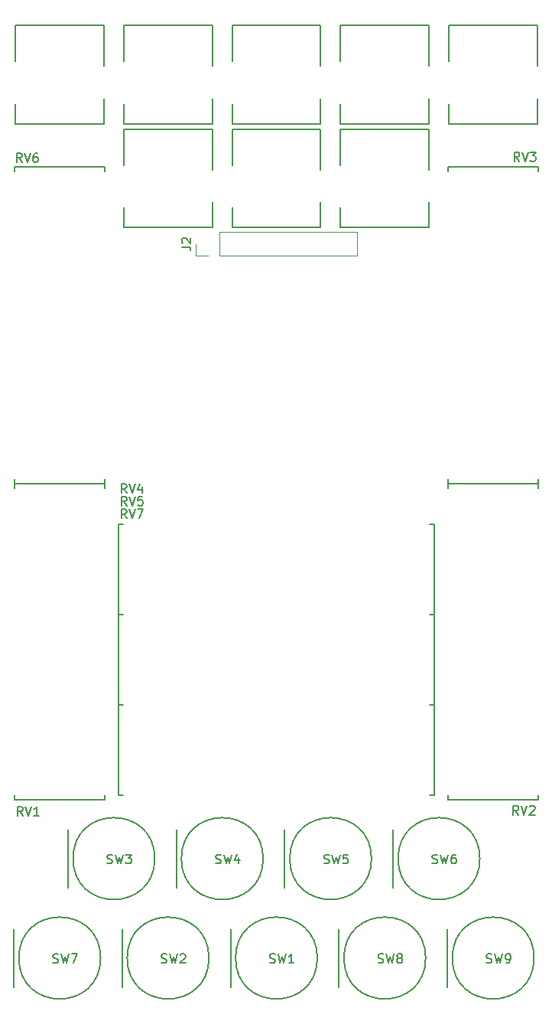
<source format=gto>
G04 #@! TF.GenerationSoftware,KiCad,Pcbnew,(5.1.4)-1*
G04 #@! TF.CreationDate,2020-06-21T13:40:25+09:00*
G04 #@! TF.ProjectId,dooper-main,646f6f70-6572-42d6-9d61-696e2e6b6963,rev?*
G04 #@! TF.SameCoordinates,Original*
G04 #@! TF.FileFunction,Legend,Top*
G04 #@! TF.FilePolarity,Positive*
%FSLAX46Y46*%
G04 Gerber Fmt 4.6, Leading zero omitted, Abs format (unit mm)*
G04 Created by KiCad (PCBNEW (5.1.4)-1) date 2020-06-21 13:40:25*
%MOMM*%
%LPD*%
G04 APERTURE LIST*
%ADD10C,0.150000*%
%ADD11C,0.120000*%
G04 APERTURE END LIST*
D10*
X66027693Y-142000000D02*
G75*
G03X66027693Y-142000000I-4527693J0D01*
G01*
X56420000Y-144948000D02*
X56420000Y-145202000D01*
X56420000Y-138798000D02*
X56420000Y-145148000D01*
X84027693Y-153000000D02*
G75*
G03X84027693Y-153000000I-4527693J0D01*
G01*
X74420000Y-155948000D02*
X74420000Y-156202000D01*
X74420000Y-149798000D02*
X74420000Y-156148000D01*
X72027693Y-153000000D02*
G75*
G03X72027693Y-153000000I-4527693J0D01*
G01*
X62420000Y-155948000D02*
X62420000Y-156202000D01*
X62420000Y-149798000D02*
X62420000Y-156148000D01*
X78027693Y-142000000D02*
G75*
G03X78027693Y-142000000I-4527693J0D01*
G01*
X68420000Y-144948000D02*
X68420000Y-145202000D01*
X68420000Y-138798000D02*
X68420000Y-145148000D01*
X90027693Y-142000000D02*
G75*
G03X90027693Y-142000000I-4527693J0D01*
G01*
X80420000Y-144948000D02*
X80420000Y-145202000D01*
X80420000Y-138798000D02*
X80420000Y-145148000D01*
X102027693Y-142000000D02*
G75*
G03X102027693Y-142000000I-4527693J0D01*
G01*
X92420000Y-144948000D02*
X92420000Y-145202000D01*
X92420000Y-138798000D02*
X92420000Y-145148000D01*
X60027693Y-153000000D02*
G75*
G03X60027693Y-153000000I-4527693J0D01*
G01*
X50420000Y-155948000D02*
X50420000Y-156202000D01*
X50420000Y-149798000D02*
X50420000Y-156148000D01*
X96027693Y-153000000D02*
G75*
G03X96027693Y-153000000I-4527693J0D01*
G01*
X86420000Y-155948000D02*
X86420000Y-156202000D01*
X86420000Y-149798000D02*
X86420000Y-156148000D01*
X108027693Y-153000000D02*
G75*
G03X108027693Y-153000000I-4527693J0D01*
G01*
X98420000Y-155948000D02*
X98420000Y-156202000D01*
X98420000Y-149798000D02*
X98420000Y-156148000D01*
X98500000Y-100500000D02*
X98500000Y-100000000D01*
X108500000Y-100500000D02*
X108500000Y-100000000D01*
X98500000Y-65500000D02*
X98500000Y-66000000D01*
X108500000Y-65500000D02*
X108500000Y-66000000D01*
X98500000Y-65500000D02*
X108500000Y-65500000D01*
X108500000Y-100500000D02*
X98500000Y-100500000D01*
X50500000Y-135500000D02*
X50500000Y-135000000D01*
X60500000Y-135500000D02*
X60500000Y-135000000D01*
X50500000Y-100500000D02*
X50500000Y-101000000D01*
X60500000Y-100500000D02*
X60500000Y-101000000D01*
X50500000Y-100500000D02*
X60500000Y-100500000D01*
X60500000Y-135500000D02*
X50500000Y-135500000D01*
X98500000Y-135500000D02*
X98500000Y-135000000D01*
X108500000Y-135500000D02*
X108500000Y-135000000D01*
X98500000Y-100500000D02*
X98500000Y-101000000D01*
X108500000Y-100500000D02*
X108500000Y-101000000D01*
X98500000Y-100500000D02*
X108500000Y-100500000D01*
X108500000Y-135500000D02*
X98500000Y-135500000D01*
X62000000Y-105000000D02*
X62500000Y-105000000D01*
X62000000Y-115000000D02*
X62500000Y-115000000D01*
X97000000Y-105000000D02*
X96500000Y-105000000D01*
X97000000Y-115000000D02*
X96500000Y-115000000D01*
X97000000Y-105000000D02*
X97000000Y-115000000D01*
X62000000Y-115000000D02*
X62000000Y-105000000D01*
X62000000Y-115000000D02*
X62500000Y-115000000D01*
X62000000Y-125000000D02*
X62500000Y-125000000D01*
X97000000Y-115000000D02*
X96500000Y-115000000D01*
X97000000Y-125000000D02*
X96500000Y-125000000D01*
X97000000Y-115000000D02*
X97000000Y-125000000D01*
X62000000Y-125000000D02*
X62000000Y-115000000D01*
X50500000Y-100500000D02*
X50500000Y-100000000D01*
X60500000Y-100500000D02*
X60500000Y-100000000D01*
X50500000Y-65500000D02*
X50500000Y-66000000D01*
X60500000Y-65500000D02*
X60500000Y-66000000D01*
X50500000Y-65500000D02*
X60500000Y-65500000D01*
X60500000Y-100500000D02*
X50500000Y-100500000D01*
X62000000Y-125000000D02*
X62500000Y-125000000D01*
X62000000Y-135000000D02*
X62500000Y-135000000D01*
X97000000Y-125000000D02*
X96500000Y-125000000D01*
X97000000Y-135000000D02*
X96500000Y-135000000D01*
X97000000Y-125000000D02*
X97000000Y-135000000D01*
X62000000Y-135000000D02*
X62000000Y-125000000D01*
X98600000Y-60700000D02*
X102100000Y-60700000D01*
X98600000Y-60700000D02*
X98600000Y-58500000D01*
X108400000Y-60700000D02*
X104600000Y-60700000D01*
X108400000Y-60700000D02*
X108400000Y-57900000D01*
X98600000Y-49800000D02*
X98600000Y-53800000D01*
X98600000Y-49800000D02*
X101700000Y-49800000D01*
X108400000Y-49800000D02*
X108400000Y-54300000D01*
X108400000Y-49800000D02*
X105100000Y-49800000D01*
X101700000Y-49800000D02*
X105100000Y-49800000D01*
X102100000Y-60700000D02*
X104600000Y-60700000D01*
X74600000Y-60700000D02*
X78100000Y-60700000D01*
X74600000Y-60700000D02*
X74600000Y-58500000D01*
X84400000Y-60700000D02*
X80600000Y-60700000D01*
X84400000Y-60700000D02*
X84400000Y-57900000D01*
X74600000Y-49800000D02*
X74600000Y-53800000D01*
X74600000Y-49800000D02*
X77700000Y-49800000D01*
X84400000Y-49800000D02*
X84400000Y-54300000D01*
X84400000Y-49800000D02*
X81100000Y-49800000D01*
X77700000Y-49800000D02*
X81100000Y-49800000D01*
X78100000Y-60700000D02*
X80600000Y-60700000D01*
X86600000Y-60700000D02*
X90100000Y-60700000D01*
X86600000Y-60700000D02*
X86600000Y-58500000D01*
X96400000Y-60700000D02*
X92600000Y-60700000D01*
X96400000Y-60700000D02*
X96400000Y-57900000D01*
X86600000Y-49800000D02*
X86600000Y-53800000D01*
X86600000Y-49800000D02*
X89700000Y-49800000D01*
X96400000Y-49800000D02*
X96400000Y-54300000D01*
X96400000Y-49800000D02*
X93100000Y-49800000D01*
X89700000Y-49800000D02*
X93100000Y-49800000D01*
X90100000Y-60700000D02*
X92600000Y-60700000D01*
X62600000Y-60700000D02*
X66100000Y-60700000D01*
X62600000Y-60700000D02*
X62600000Y-58500000D01*
X72400000Y-60700000D02*
X68600000Y-60700000D01*
X72400000Y-60700000D02*
X72400000Y-57900000D01*
X62600000Y-49800000D02*
X62600000Y-53800000D01*
X62600000Y-49800000D02*
X65700000Y-49800000D01*
X72400000Y-49800000D02*
X72400000Y-54300000D01*
X72400000Y-49800000D02*
X69100000Y-49800000D01*
X65700000Y-49800000D02*
X69100000Y-49800000D01*
X66100000Y-60700000D02*
X68600000Y-60700000D01*
X50600000Y-60700000D02*
X54100000Y-60700000D01*
X50600000Y-60700000D02*
X50600000Y-58500000D01*
X60400000Y-60700000D02*
X56600000Y-60700000D01*
X60400000Y-60700000D02*
X60400000Y-57900000D01*
X50600000Y-49800000D02*
X50600000Y-53800000D01*
X50600000Y-49800000D02*
X53700000Y-49800000D01*
X60400000Y-49800000D02*
X60400000Y-54300000D01*
X60400000Y-49800000D02*
X57100000Y-49800000D01*
X53700000Y-49800000D02*
X57100000Y-49800000D01*
X54100000Y-60700000D02*
X56600000Y-60700000D01*
X86600000Y-72200000D02*
X90100000Y-72200000D01*
X86600000Y-72200000D02*
X86600000Y-70000000D01*
X96400000Y-72200000D02*
X92600000Y-72200000D01*
X96400000Y-72200000D02*
X96400000Y-69400000D01*
X86600000Y-61300000D02*
X86600000Y-65300000D01*
X86600000Y-61300000D02*
X89700000Y-61300000D01*
X96400000Y-61300000D02*
X96400000Y-65800000D01*
X96400000Y-61300000D02*
X93100000Y-61300000D01*
X89700000Y-61300000D02*
X93100000Y-61300000D01*
X90100000Y-72200000D02*
X92600000Y-72200000D01*
X62600000Y-72200000D02*
X66100000Y-72200000D01*
X62600000Y-72200000D02*
X62600000Y-70000000D01*
X72400000Y-72200000D02*
X68600000Y-72200000D01*
X72400000Y-72200000D02*
X72400000Y-69400000D01*
X62600000Y-61300000D02*
X62600000Y-65300000D01*
X62600000Y-61300000D02*
X65700000Y-61300000D01*
X72400000Y-61300000D02*
X72400000Y-65800000D01*
X72400000Y-61300000D02*
X69100000Y-61300000D01*
X65700000Y-61300000D02*
X69100000Y-61300000D01*
X66100000Y-72200000D02*
X68600000Y-72200000D01*
X74600000Y-72200000D02*
X78100000Y-72200000D01*
X74600000Y-72200000D02*
X74600000Y-70000000D01*
X84400000Y-72200000D02*
X80600000Y-72200000D01*
X84400000Y-72200000D02*
X84400000Y-69400000D01*
X74600000Y-61300000D02*
X74600000Y-65300000D01*
X74600000Y-61300000D02*
X77700000Y-61300000D01*
X84400000Y-61300000D02*
X84400000Y-65800000D01*
X84400000Y-61300000D02*
X81100000Y-61300000D01*
X77700000Y-61300000D02*
X81100000Y-61300000D01*
X78100000Y-72200000D02*
X80600000Y-72200000D01*
D11*
X88450000Y-75330000D02*
X88450000Y-72670000D01*
X73150000Y-75330000D02*
X88450000Y-75330000D01*
X73150000Y-72670000D02*
X88450000Y-72670000D01*
X73150000Y-75330000D02*
X73150000Y-72670000D01*
X71880000Y-75330000D02*
X70550000Y-75330000D01*
X70550000Y-75330000D02*
X70550000Y-74000000D01*
D10*
X60766666Y-142504761D02*
X60909523Y-142552380D01*
X61147619Y-142552380D01*
X61242857Y-142504761D01*
X61290476Y-142457142D01*
X61338095Y-142361904D01*
X61338095Y-142266666D01*
X61290476Y-142171428D01*
X61242857Y-142123809D01*
X61147619Y-142076190D01*
X60957142Y-142028571D01*
X60861904Y-141980952D01*
X60814285Y-141933333D01*
X60766666Y-141838095D01*
X60766666Y-141742857D01*
X60814285Y-141647619D01*
X60861904Y-141600000D01*
X60957142Y-141552380D01*
X61195238Y-141552380D01*
X61338095Y-141600000D01*
X61671428Y-141552380D02*
X61909523Y-142552380D01*
X62100000Y-141838095D01*
X62290476Y-142552380D01*
X62528571Y-141552380D01*
X62814285Y-141552380D02*
X63433333Y-141552380D01*
X63100000Y-141933333D01*
X63242857Y-141933333D01*
X63338095Y-141980952D01*
X63385714Y-142028571D01*
X63433333Y-142123809D01*
X63433333Y-142361904D01*
X63385714Y-142457142D01*
X63338095Y-142504761D01*
X63242857Y-142552380D01*
X62957142Y-142552380D01*
X62861904Y-142504761D01*
X62814285Y-142457142D01*
X78766666Y-153504761D02*
X78909523Y-153552380D01*
X79147619Y-153552380D01*
X79242857Y-153504761D01*
X79290476Y-153457142D01*
X79338095Y-153361904D01*
X79338095Y-153266666D01*
X79290476Y-153171428D01*
X79242857Y-153123809D01*
X79147619Y-153076190D01*
X78957142Y-153028571D01*
X78861904Y-152980952D01*
X78814285Y-152933333D01*
X78766666Y-152838095D01*
X78766666Y-152742857D01*
X78814285Y-152647619D01*
X78861904Y-152600000D01*
X78957142Y-152552380D01*
X79195238Y-152552380D01*
X79338095Y-152600000D01*
X79671428Y-152552380D02*
X79909523Y-153552380D01*
X80100000Y-152838095D01*
X80290476Y-153552380D01*
X80528571Y-152552380D01*
X81433333Y-153552380D02*
X80861904Y-153552380D01*
X81147619Y-153552380D02*
X81147619Y-152552380D01*
X81052380Y-152695238D01*
X80957142Y-152790476D01*
X80861904Y-152838095D01*
X66766666Y-153504761D02*
X66909523Y-153552380D01*
X67147619Y-153552380D01*
X67242857Y-153504761D01*
X67290476Y-153457142D01*
X67338095Y-153361904D01*
X67338095Y-153266666D01*
X67290476Y-153171428D01*
X67242857Y-153123809D01*
X67147619Y-153076190D01*
X66957142Y-153028571D01*
X66861904Y-152980952D01*
X66814285Y-152933333D01*
X66766666Y-152838095D01*
X66766666Y-152742857D01*
X66814285Y-152647619D01*
X66861904Y-152600000D01*
X66957142Y-152552380D01*
X67195238Y-152552380D01*
X67338095Y-152600000D01*
X67671428Y-152552380D02*
X67909523Y-153552380D01*
X68100000Y-152838095D01*
X68290476Y-153552380D01*
X68528571Y-152552380D01*
X68861904Y-152647619D02*
X68909523Y-152600000D01*
X69004761Y-152552380D01*
X69242857Y-152552380D01*
X69338095Y-152600000D01*
X69385714Y-152647619D01*
X69433333Y-152742857D01*
X69433333Y-152838095D01*
X69385714Y-152980952D01*
X68814285Y-153552380D01*
X69433333Y-153552380D01*
X72766666Y-142504761D02*
X72909523Y-142552380D01*
X73147619Y-142552380D01*
X73242857Y-142504761D01*
X73290476Y-142457142D01*
X73338095Y-142361904D01*
X73338095Y-142266666D01*
X73290476Y-142171428D01*
X73242857Y-142123809D01*
X73147619Y-142076190D01*
X72957142Y-142028571D01*
X72861904Y-141980952D01*
X72814285Y-141933333D01*
X72766666Y-141838095D01*
X72766666Y-141742857D01*
X72814285Y-141647619D01*
X72861904Y-141600000D01*
X72957142Y-141552380D01*
X73195238Y-141552380D01*
X73338095Y-141600000D01*
X73671428Y-141552380D02*
X73909523Y-142552380D01*
X74100000Y-141838095D01*
X74290476Y-142552380D01*
X74528571Y-141552380D01*
X75338095Y-141885714D02*
X75338095Y-142552380D01*
X75100000Y-141504761D02*
X74861904Y-142219047D01*
X75480952Y-142219047D01*
X84766666Y-142504761D02*
X84909523Y-142552380D01*
X85147619Y-142552380D01*
X85242857Y-142504761D01*
X85290476Y-142457142D01*
X85338095Y-142361904D01*
X85338095Y-142266666D01*
X85290476Y-142171428D01*
X85242857Y-142123809D01*
X85147619Y-142076190D01*
X84957142Y-142028571D01*
X84861904Y-141980952D01*
X84814285Y-141933333D01*
X84766666Y-141838095D01*
X84766666Y-141742857D01*
X84814285Y-141647619D01*
X84861904Y-141600000D01*
X84957142Y-141552380D01*
X85195238Y-141552380D01*
X85338095Y-141600000D01*
X85671428Y-141552380D02*
X85909523Y-142552380D01*
X86100000Y-141838095D01*
X86290476Y-142552380D01*
X86528571Y-141552380D01*
X87385714Y-141552380D02*
X86909523Y-141552380D01*
X86861904Y-142028571D01*
X86909523Y-141980952D01*
X87004761Y-141933333D01*
X87242857Y-141933333D01*
X87338095Y-141980952D01*
X87385714Y-142028571D01*
X87433333Y-142123809D01*
X87433333Y-142361904D01*
X87385714Y-142457142D01*
X87338095Y-142504761D01*
X87242857Y-142552380D01*
X87004761Y-142552380D01*
X86909523Y-142504761D01*
X86861904Y-142457142D01*
X96766666Y-142504761D02*
X96909523Y-142552380D01*
X97147619Y-142552380D01*
X97242857Y-142504761D01*
X97290476Y-142457142D01*
X97338095Y-142361904D01*
X97338095Y-142266666D01*
X97290476Y-142171428D01*
X97242857Y-142123809D01*
X97147619Y-142076190D01*
X96957142Y-142028571D01*
X96861904Y-141980952D01*
X96814285Y-141933333D01*
X96766666Y-141838095D01*
X96766666Y-141742857D01*
X96814285Y-141647619D01*
X96861904Y-141600000D01*
X96957142Y-141552380D01*
X97195238Y-141552380D01*
X97338095Y-141600000D01*
X97671428Y-141552380D02*
X97909523Y-142552380D01*
X98100000Y-141838095D01*
X98290476Y-142552380D01*
X98528571Y-141552380D01*
X99338095Y-141552380D02*
X99147619Y-141552380D01*
X99052380Y-141600000D01*
X99004761Y-141647619D01*
X98909523Y-141790476D01*
X98861904Y-141980952D01*
X98861904Y-142361904D01*
X98909523Y-142457142D01*
X98957142Y-142504761D01*
X99052380Y-142552380D01*
X99242857Y-142552380D01*
X99338095Y-142504761D01*
X99385714Y-142457142D01*
X99433333Y-142361904D01*
X99433333Y-142123809D01*
X99385714Y-142028571D01*
X99338095Y-141980952D01*
X99242857Y-141933333D01*
X99052380Y-141933333D01*
X98957142Y-141980952D01*
X98909523Y-142028571D01*
X98861904Y-142123809D01*
X54766666Y-153504761D02*
X54909523Y-153552380D01*
X55147619Y-153552380D01*
X55242857Y-153504761D01*
X55290476Y-153457142D01*
X55338095Y-153361904D01*
X55338095Y-153266666D01*
X55290476Y-153171428D01*
X55242857Y-153123809D01*
X55147619Y-153076190D01*
X54957142Y-153028571D01*
X54861904Y-152980952D01*
X54814285Y-152933333D01*
X54766666Y-152838095D01*
X54766666Y-152742857D01*
X54814285Y-152647619D01*
X54861904Y-152600000D01*
X54957142Y-152552380D01*
X55195238Y-152552380D01*
X55338095Y-152600000D01*
X55671428Y-152552380D02*
X55909523Y-153552380D01*
X56100000Y-152838095D01*
X56290476Y-153552380D01*
X56528571Y-152552380D01*
X56814285Y-152552380D02*
X57480952Y-152552380D01*
X57052380Y-153552380D01*
X90766666Y-153504761D02*
X90909523Y-153552380D01*
X91147619Y-153552380D01*
X91242857Y-153504761D01*
X91290476Y-153457142D01*
X91338095Y-153361904D01*
X91338095Y-153266666D01*
X91290476Y-153171428D01*
X91242857Y-153123809D01*
X91147619Y-153076190D01*
X90957142Y-153028571D01*
X90861904Y-152980952D01*
X90814285Y-152933333D01*
X90766666Y-152838095D01*
X90766666Y-152742857D01*
X90814285Y-152647619D01*
X90861904Y-152600000D01*
X90957142Y-152552380D01*
X91195238Y-152552380D01*
X91338095Y-152600000D01*
X91671428Y-152552380D02*
X91909523Y-153552380D01*
X92100000Y-152838095D01*
X92290476Y-153552380D01*
X92528571Y-152552380D01*
X93052380Y-152980952D02*
X92957142Y-152933333D01*
X92909523Y-152885714D01*
X92861904Y-152790476D01*
X92861904Y-152742857D01*
X92909523Y-152647619D01*
X92957142Y-152600000D01*
X93052380Y-152552380D01*
X93242857Y-152552380D01*
X93338095Y-152600000D01*
X93385714Y-152647619D01*
X93433333Y-152742857D01*
X93433333Y-152790476D01*
X93385714Y-152885714D01*
X93338095Y-152933333D01*
X93242857Y-152980952D01*
X93052380Y-152980952D01*
X92957142Y-153028571D01*
X92909523Y-153076190D01*
X92861904Y-153171428D01*
X92861904Y-153361904D01*
X92909523Y-153457142D01*
X92957142Y-153504761D01*
X93052380Y-153552380D01*
X93242857Y-153552380D01*
X93338095Y-153504761D01*
X93385714Y-153457142D01*
X93433333Y-153361904D01*
X93433333Y-153171428D01*
X93385714Y-153076190D01*
X93338095Y-153028571D01*
X93242857Y-152980952D01*
X102766666Y-153504761D02*
X102909523Y-153552380D01*
X103147619Y-153552380D01*
X103242857Y-153504761D01*
X103290476Y-153457142D01*
X103338095Y-153361904D01*
X103338095Y-153266666D01*
X103290476Y-153171428D01*
X103242857Y-153123809D01*
X103147619Y-153076190D01*
X102957142Y-153028571D01*
X102861904Y-152980952D01*
X102814285Y-152933333D01*
X102766666Y-152838095D01*
X102766666Y-152742857D01*
X102814285Y-152647619D01*
X102861904Y-152600000D01*
X102957142Y-152552380D01*
X103195238Y-152552380D01*
X103338095Y-152600000D01*
X103671428Y-152552380D02*
X103909523Y-153552380D01*
X104100000Y-152838095D01*
X104290476Y-153552380D01*
X104528571Y-152552380D01*
X104957142Y-153552380D02*
X105147619Y-153552380D01*
X105242857Y-153504761D01*
X105290476Y-153457142D01*
X105385714Y-153314285D01*
X105433333Y-153123809D01*
X105433333Y-152742857D01*
X105385714Y-152647619D01*
X105338095Y-152600000D01*
X105242857Y-152552380D01*
X105052380Y-152552380D01*
X104957142Y-152600000D01*
X104909523Y-152647619D01*
X104861904Y-152742857D01*
X104861904Y-152980952D01*
X104909523Y-153076190D01*
X104957142Y-153123809D01*
X105052380Y-153171428D01*
X105242857Y-153171428D01*
X105338095Y-153123809D01*
X105385714Y-153076190D01*
X105433333Y-152980952D01*
X106404761Y-64852380D02*
X106071428Y-64376190D01*
X105833333Y-64852380D02*
X105833333Y-63852380D01*
X106214285Y-63852380D01*
X106309523Y-63900000D01*
X106357142Y-63947619D01*
X106404761Y-64042857D01*
X106404761Y-64185714D01*
X106357142Y-64280952D01*
X106309523Y-64328571D01*
X106214285Y-64376190D01*
X105833333Y-64376190D01*
X106690476Y-63852380D02*
X107023809Y-64852380D01*
X107357142Y-63852380D01*
X107595238Y-63852380D02*
X108214285Y-63852380D01*
X107880952Y-64233333D01*
X108023809Y-64233333D01*
X108119047Y-64280952D01*
X108166666Y-64328571D01*
X108214285Y-64423809D01*
X108214285Y-64661904D01*
X108166666Y-64757142D01*
X108119047Y-64804761D01*
X108023809Y-64852380D01*
X107738095Y-64852380D01*
X107642857Y-64804761D01*
X107595238Y-64757142D01*
X51404761Y-137252380D02*
X51071428Y-136776190D01*
X50833333Y-137252380D02*
X50833333Y-136252380D01*
X51214285Y-136252380D01*
X51309523Y-136300000D01*
X51357142Y-136347619D01*
X51404761Y-136442857D01*
X51404761Y-136585714D01*
X51357142Y-136680952D01*
X51309523Y-136728571D01*
X51214285Y-136776190D01*
X50833333Y-136776190D01*
X51690476Y-136252380D02*
X52023809Y-137252380D01*
X52357142Y-136252380D01*
X53214285Y-137252380D02*
X52642857Y-137252380D01*
X52928571Y-137252380D02*
X52928571Y-136252380D01*
X52833333Y-136395238D01*
X52738095Y-136490476D01*
X52642857Y-136538095D01*
X106304761Y-137152380D02*
X105971428Y-136676190D01*
X105733333Y-137152380D02*
X105733333Y-136152380D01*
X106114285Y-136152380D01*
X106209523Y-136200000D01*
X106257142Y-136247619D01*
X106304761Y-136342857D01*
X106304761Y-136485714D01*
X106257142Y-136580952D01*
X106209523Y-136628571D01*
X106114285Y-136676190D01*
X105733333Y-136676190D01*
X106590476Y-136152380D02*
X106923809Y-137152380D01*
X107257142Y-136152380D01*
X107542857Y-136247619D02*
X107590476Y-136200000D01*
X107685714Y-136152380D01*
X107923809Y-136152380D01*
X108019047Y-136200000D01*
X108066666Y-136247619D01*
X108114285Y-136342857D01*
X108114285Y-136438095D01*
X108066666Y-136580952D01*
X107495238Y-137152380D01*
X108114285Y-137152380D01*
X62904761Y-101552380D02*
X62571428Y-101076190D01*
X62333333Y-101552380D02*
X62333333Y-100552380D01*
X62714285Y-100552380D01*
X62809523Y-100600000D01*
X62857142Y-100647619D01*
X62904761Y-100742857D01*
X62904761Y-100885714D01*
X62857142Y-100980952D01*
X62809523Y-101028571D01*
X62714285Y-101076190D01*
X62333333Y-101076190D01*
X63190476Y-100552380D02*
X63523809Y-101552380D01*
X63857142Y-100552380D01*
X64619047Y-100885714D02*
X64619047Y-101552380D01*
X64380952Y-100504761D02*
X64142857Y-101219047D01*
X64761904Y-101219047D01*
X62904761Y-102952380D02*
X62571428Y-102476190D01*
X62333333Y-102952380D02*
X62333333Y-101952380D01*
X62714285Y-101952380D01*
X62809523Y-102000000D01*
X62857142Y-102047619D01*
X62904761Y-102142857D01*
X62904761Y-102285714D01*
X62857142Y-102380952D01*
X62809523Y-102428571D01*
X62714285Y-102476190D01*
X62333333Y-102476190D01*
X63190476Y-101952380D02*
X63523809Y-102952380D01*
X63857142Y-101952380D01*
X64666666Y-101952380D02*
X64190476Y-101952380D01*
X64142857Y-102428571D01*
X64190476Y-102380952D01*
X64285714Y-102333333D01*
X64523809Y-102333333D01*
X64619047Y-102380952D01*
X64666666Y-102428571D01*
X64714285Y-102523809D01*
X64714285Y-102761904D01*
X64666666Y-102857142D01*
X64619047Y-102904761D01*
X64523809Y-102952380D01*
X64285714Y-102952380D01*
X64190476Y-102904761D01*
X64142857Y-102857142D01*
X51304761Y-64952380D02*
X50971428Y-64476190D01*
X50733333Y-64952380D02*
X50733333Y-63952380D01*
X51114285Y-63952380D01*
X51209523Y-64000000D01*
X51257142Y-64047619D01*
X51304761Y-64142857D01*
X51304761Y-64285714D01*
X51257142Y-64380952D01*
X51209523Y-64428571D01*
X51114285Y-64476190D01*
X50733333Y-64476190D01*
X51590476Y-63952380D02*
X51923809Y-64952380D01*
X52257142Y-63952380D01*
X53019047Y-63952380D02*
X52828571Y-63952380D01*
X52733333Y-64000000D01*
X52685714Y-64047619D01*
X52590476Y-64190476D01*
X52542857Y-64380952D01*
X52542857Y-64761904D01*
X52590476Y-64857142D01*
X52638095Y-64904761D01*
X52733333Y-64952380D01*
X52923809Y-64952380D01*
X53019047Y-64904761D01*
X53066666Y-64857142D01*
X53114285Y-64761904D01*
X53114285Y-64523809D01*
X53066666Y-64428571D01*
X53019047Y-64380952D01*
X52923809Y-64333333D01*
X52733333Y-64333333D01*
X52638095Y-64380952D01*
X52590476Y-64428571D01*
X52542857Y-64523809D01*
X62904761Y-104352380D02*
X62571428Y-103876190D01*
X62333333Y-104352380D02*
X62333333Y-103352380D01*
X62714285Y-103352380D01*
X62809523Y-103400000D01*
X62857142Y-103447619D01*
X62904761Y-103542857D01*
X62904761Y-103685714D01*
X62857142Y-103780952D01*
X62809523Y-103828571D01*
X62714285Y-103876190D01*
X62333333Y-103876190D01*
X63190476Y-103352380D02*
X63523809Y-104352380D01*
X63857142Y-103352380D01*
X64095238Y-103352380D02*
X64761904Y-103352380D01*
X64333333Y-104352380D01*
X69002380Y-74333333D02*
X69716666Y-74333333D01*
X69859523Y-74380952D01*
X69954761Y-74476190D01*
X70002380Y-74619047D01*
X70002380Y-74714285D01*
X69097619Y-73904761D02*
X69050000Y-73857142D01*
X69002380Y-73761904D01*
X69002380Y-73523809D01*
X69050000Y-73428571D01*
X69097619Y-73380952D01*
X69192857Y-73333333D01*
X69288095Y-73333333D01*
X69430952Y-73380952D01*
X70002380Y-73952380D01*
X70002380Y-73333333D01*
M02*

</source>
